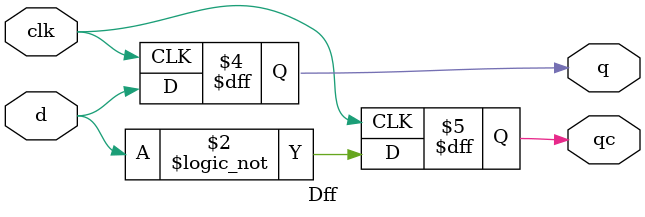
<source format=v>
module Dff(clk,d,q,qc);
input clk,d;
output q,qc;
reg q,qc;
initial
begin
q=0;
qc=1;
end
always @(posedge clk)
begin
    q=d;
    qc=!q;
end
endmodule
    
</source>
